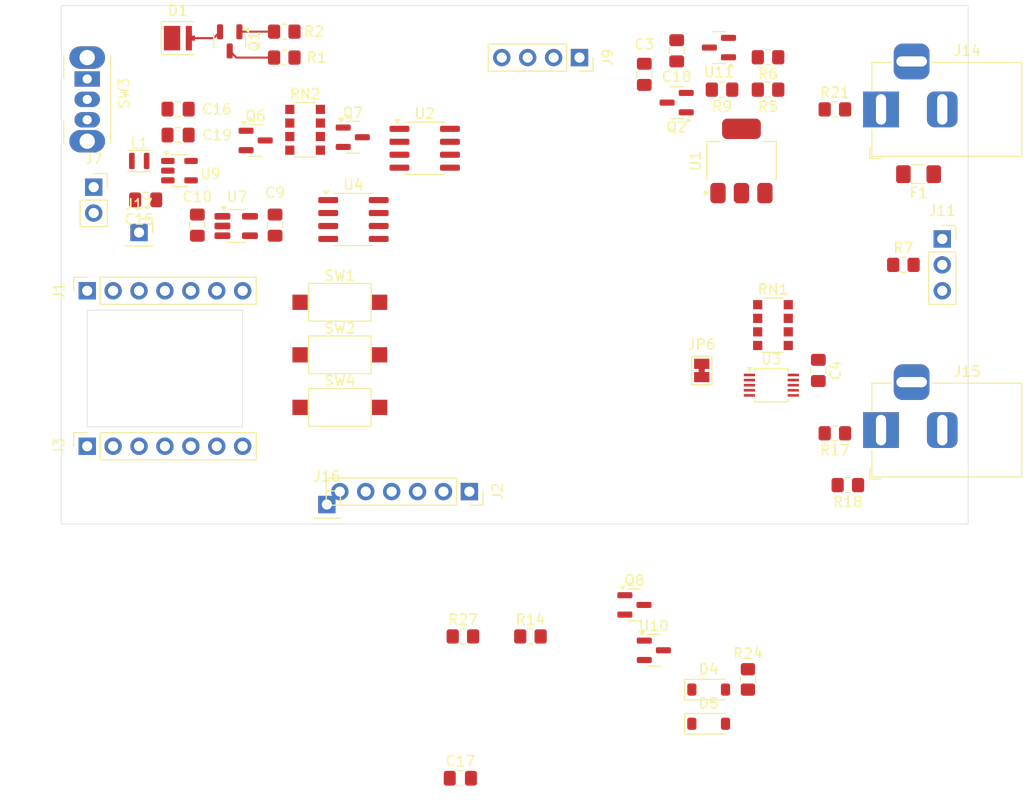
<source format=kicad_pcb>
(kicad_pcb (version 20241229) (generator "pcbnew") (generator_version "9.0")
  (layers (0 "F.Cu" signal) (4 "In1.Cu" signal) (6 "In2.Cu" signal) (2 "B.Cu" signal) (13 "F.Paste" user) (15 "B.Paste" user) (5 "F.SilkS" user "F.Silkscreen") (7 "B.SilkS" user "B.Silkscreen") (1 "F.Mask" user) (3 "B.Mask" user) (25 "Edge.Cuts" user))
  (net 0 "")
  (net 1 "GND")
  (net 2 "Resistor_Input")
  (net 3 "VDD")
  (net 4 "Net-(U7-C1+)")
  (net 5 "Net-(U7-C1-)")
  (net 6 "+9V")
  (net 7 "XIAO Batt Pin")
  (net 8 "/V Ref to ADS-0")
  (net 9 "/R Circuit I Output")
  (net 10 "Net-(D1-A)")
  (net 11 "/ADC-1")
  (net 12 "Net-(F1-Pad1)")
  (net 13 "D7")
  (net 14 "XIAO 5V")
  (net 15 "+3V3")
  (net 16 "D10~")
  (net 17 "D5~ (IR)")
  (net 18 "D9~")
  (net 19 "CS")
  (net 20 "MOSI")
  (net 21 "CLK")
  (net 22 "MISO")
  (net 23 "A0{slash}D14")
  (net 24 "SCL")
  (net 25 "A1{slash}D15")
  (net 26 "D3~")
  (net 27 "SDA")
  (net 28 "D6~")
  (net 29 "A2{slash}D16")
  (net 30 "+BATT")
  (net 31 "SDA-5V")
  (net 32 "SCL-5V")
  (net 33 "Net-(J11-Pin_2)")
  (net 34 "V_Input_REF")
  (net 35 "V_Input_Float")
  (net 36 "/R into ADS")
  (net 37 "ADS_ADDR")
  (net 38 "Net-(U9-SW)")
  (net 39 "Net-(Q1-B)")
  (net 40 "Net-(Q1-C)")
  (net 41 "Net-(Q2-G)")
  (net 42 "/Driver_U4_Out_A")
  (net 43 "Net-(U1-VO)")
  (net 44 "I_Input")
  (net 46 "ADS_ALERT")
  (net 48 "/Driver_U2_Out_B")
  (net 51 "/Driver_U4_In_B")
  (net 54 "/Driver_U4_Out_B")
  (footprint "Connector_BarrelJack:BarrelJack_Horizontal" (layer "F.Cu") (at 207.36 86.36 180)
    (property "Reference" "J14" (at -8.45 5.75 0) (layer "F.SilkS"))
    (property "Value" "Barrel_Jack")
    (pad "1" thru_hole rect (at 0 0 180) (size 3.5 3.5) (drill oval 1 3) (layers "*.Cu" "*.Mask") (net 2 "Resistor_Input"))
    (pad "2" thru_hole roundrect (at -6 0 180) (size 3 3.5) (drill oval 1 3) (layers "*.Cu" "*.Mask") (net 12 "Net-(F1-Pad1)"))
    (pad "3" thru_hole roundrect (at -3 4.7 180) (size 3.5 3.5) (drill oval 3 1) (layers "*.Cu" "*.Mask"))
  )
  (footprint "Connector_PinSocket_2.54mm:PinSocket_1x03_P2.54mm_Vertical" (layer "F.Cu") (at 213.36 99.06)
    (property "Reference" "J11" (at 0 -2.77 0) (layer "F.SilkS"))
    (property "Value" "I_Input")
    (pad "1" thru_hole rect (at 0 0) (size 1.7 1.7) (drill 1) (layers "*.Cu" "*.Mask") (net 3 "VDD"))
    (pad "2" thru_hole circle (at 0 2.54) (size 1.7 1.7) (drill 1) (layers "*.Cu" "*.Mask") (net 33 "Net-(J11-Pin_2)"))
    (pad "3" thru_hole circle (at 0 5.08) (size 1.7 1.7) (drill 1) (layers "*.Cu" "*.Mask") (net 1 "GND"))
  )
  (footprint "Resistor_SMD:R_0805_2012Metric_Pad1.20x1.40mm_HandSolder" (layer "F.Cu") (at 202.835 118.11 180)
    (property "Reference" "R17" (at 0 -1.65 0) (layer "F.SilkS"))
    (property "Value" "499.0K")
    (pad "1" smd roundrect (at -1 0 180) (size 1.2 1.4) (layers "F.Cu" "F.Mask" "F.Paste") (roundrect_rratio 0.208333) (net 35 "V_Input_Float"))
    (pad "2" smd roundrect (at 1 0 180) (size 1.2 1.4) (layers "F.Cu" "F.Mask" "F.Paste") (roundrect_rratio 0.208333) (net 11 "/ADC-1"))
  )
  (footprint "Package_SO:SOIC-8_3.9x4.9mm_P1.27mm" (layer "F.Cu") (at 162.625 90.17)
    (property "Reference" "U2" (at 0 -3.4 0) (layer "F.SilkS"))
    (property "Value" "IX4426N")
    (pad "1" smd roundrect (at -2.475 -1.905) (size 1.95 0.6) (layers "F.Cu" "F.Mask" "F.Paste"))
    (pad "2" smd roundrect (at -2.475 -0.635) (size 1.95 0.6) (layers "F.Cu" "F.Mask" "F.Paste") (net 13 "D7"))
    (pad "3" smd roundrect (at -2.475 0.635) (size 1.95 0.6) (layers "F.Cu" "F.Mask" "F.Paste") (net 1 "GND"))
    (pad "4" smd roundrect (at -2.475 1.905) (size 1.95 0.6) (layers "F.Cu" "F.Mask" "F.Paste") (net 18 "D9~"))
    (pad "5" smd roundrect (at 2.475 1.905) (size 1.95 0.6) (layers "F.Cu" "F.Mask" "F.Paste") (net 48 "/Driver_U2_Out_B"))
    (pad "6" smd roundrect (at 2.475 0.635) (size 1.95 0.6) (layers "F.Cu" "F.Mask" "F.Paste") (net 6 "+9V"))
    (pad "7" smd roundrect (at 2.475 -0.635) (size 1.95 0.6) (layers "F.Cu" "F.Mask" "F.Paste") (net 41 "Net-(Q2-G)"))
    (pad "8" smd roundrect (at 2.475 -1.905) (size 1.95 0.6) (layers "F.Cu" "F.Mask" "F.Paste"))
  )
  (footprint "Capacitor_SMD:C_0805_2012Metric_Pad1.18x1.45mm_HandSolder" (layer "F.Cu") (at 138.45 88.875 180)
    (property "Reference" "C19" (at -3.81 0 0) (layer "F.SilkS"))
    (property "Value" "22uF")
    (pad "1" smd roundrect (at -1.0375 0 180) (size 1.175 1.45) (layers "F.Cu" "F.Mask" "F.Paste") (roundrect_rratio 0.212766) (net 3 "VDD"))
    (pad "2" smd roundrect (at 1.0375 0 180) (size 1.175 1.45) (layers "F.Cu" "F.Mask" "F.Paste") (roundrect_rratio 0.212766) (net 1 "GND"))
  )
  (footprint "Connector_BarrelJack:BarrelJack_Horizontal" (layer "F.Cu") (at 207.36 117.7975 180)
    (property "Reference" "J15" (at -8.45 5.75 0) (layer "F.SilkS"))
    (property "Value" "Barrel_Jack")
    (pad "1" thru_hole rect (at 0 0 180) (size 3.5 3.5) (drill oval 1 3) (layers "*.Cu" "*.Mask") (net 35 "V_Input_Float"))
    (pad "2" thru_hole roundrect (at -6 0 180) (size 3 3.5) (drill oval 1 3) (layers "*.Cu" "*.Mask") (net 34 "V_Input_REF"))
    (pad "3" thru_hole roundrect (at -3 4.7 180) (size 3.5 3.5) (drill oval 3 1) (layers "*.Cu" "*.Mask"))
  )
  (footprint "Resistor_SMD:R_0805_2012Metric_Pad1.20x1.40mm_HandSolder" (layer "F.Cu") (at 166.37 138.025)
    (property "Reference" "R27" (at 0 -1.65 0) (layer "F.SilkS"))
    (property "Value" "4.7K")
    (pad "1" smd roundrect (at -1 0) (size 1.2 1.4) (layers "F.Cu" "F.Mask" "F.Paste") (roundrect_rratio 0.208333) (net 3 "VDD"))
    (pad "2" smd roundrect (at 1 0) (size 1.2 1.4) (layers "F.Cu" "F.Mask" "F.Paste") (roundrect_rratio 0.208333) (net 8 "/V Ref to ADS-0"))
  )
  (footprint "Capacitor_SMD:C_0805_2012Metric_Pad1.18x1.45mm_HandSolder" (layer "F.Cu") (at 140.335 97.7075 -90)
    (property "Reference" "C10" (at -2.7725 0 0) (layer "F.SilkS"))
    (property "Value" "4.7uF")
    (pad "1" smd roundrect (at -1.0375 0 270) (size 1.175 1.45) (layers "F.Cu" "F.Mask" "F.Paste") (roundrect_rratio 0.212766) (net 1 "GND"))
    (pad "2" smd roundrect (at 1.0375 0 270) (size 1.175 1.45) (layers "F.Cu" "F.Mask" "F.Paste") (roundrect_rratio 0.212766) (net 6 "+9V"))
  )
  (footprint "Jumper:SolderJumper-2_P1.3mm_Bridged_Pad1.0x1.5mm" (layer "F.Cu") (at 189.78 111.95 -90)
    (property "Reference" "JP6" (at -2.54 0 180) (layer "F.SilkS"))
    (property "Value" "Jumper_2_Bridged")
    (fp_poly (pts (xy -0.25 -0.3) (xy 0.25 -0.3) (xy 0.25 0.3) (xy -0.25 0.3)) (fill yes) (layer "F.Cu"))
    (pad "1" smd rect (at -0.65 0 270) (size 1 1.5) (layers "F.Cu" "F.Mask") (net 1 "GND"))
    (pad "2" smd rect (at 0.65 0 270) (size 1 1.5) (layers "F.Cu" "F.Mask") (net 37 "ADS_ADDR"))
  )
  (footprint "Package_TO_SOT_SMD:SOT-23-5" (layer "F.Cu") (at 138.5825 92.365)
    (property "Reference" "U9" (at 3.0425 0.32 0) (layer "F.SilkS"))
    (property "Value" "TPS613222ADBV")
    (pad "1" smd roundrect (at -1.1375 -0.95) (size 1.325 0.6) (layers "F.Cu" "F.Mask" "F.Paste") (net 38 "Net-(U9-SW)"))
    (pad "2" smd roundrect (at -1.1375 0) (size 1.325 0.6) (layers "F.Cu" "F.Mask" "F.Paste") (net 1 "GND"))
    (pad "3" smd roundrect (at -1.1375 0.95) (size 1.325 0.6) (layers "F.Cu" "F.Mask" "F.Paste") (net 1 "GND"))
    (pad "4" smd roundrect (at 1.1375 0.95) (size 1.325 0.6) (layers "F.Cu" "F.Mask" "F.Paste") (net 3 "VDD"))
    (pad "5" smd roundrect (at 1.1375 -0.95) (size 1.325 0.6) (layers "F.Cu" "F.Mask" "F.Paste") (net 3 "VDD"))
  )
  (footprint "Resistor_SMD:R_0805_2012Metric_Pad1.20x1.40mm_HandSolder" (layer "F.Cu") (at 196.28 84.425 180)
    (property "Reference" "R5" (at 0 -1.65 0) (layer "F.SilkS"))
    (property "Value" "62.0")
    (pad "1" smd roundrect (at -1 0 180) (size 1.2 1.4) (layers "F.Cu" "F.Mask" "F.Paste") (roundrect_rratio 0.208333) (net 43 "Net-(U1-VO)"))
    (pad "2" smd roundrect (at 1 0 180) (size 1.2 1.4) (layers "F.Cu" "F.Mask" "F.Paste") (roundrect_rratio 0.208333) (net 9 "/R Circuit I Output"))
  )
  (footprint "Resistor_SMD:R_0805_2012Metric_Pad1.20x1.40mm_HandSolder" (layer "F.Cu") (at 202.835 86.36)
    (property "Reference" "R21" (at 0 -1.65 0) (layer "F.SilkS"))
    (property "Value" "0")
    (pad "1" smd roundrect (at -1 0) (size 1.2 1.4) (layers "F.Cu" "F.Mask" "F.Paste") (roundrect_rratio 0.208333) (net 36 "/R into ADS"))
    (pad "2" smd roundrect (at 1 0) (size 1.2 1.4) (layers "F.Cu" "F.Mask" "F.Paste") (roundrect_rratio 0.208333) (net 2 "Resistor_Input"))
  )
  (footprint "Connector_PinSocket_2.54mm:PinSocket_1x07_P2.54mm_Vertical" (layer "F.Cu") (at 129.54 119.38 90)
    (property "Reference" "J3" (at 0 -2.77 90) (layer "F.SilkS"))
    (property "Value" "Conn_01x07_Pin")
    (pad "1" thru_hole rect (at 0 0 90) (size 1.7 1.7) (drill 1) (layers "*.Cu" "*.Mask") (net 23 "A0{slash}D14"))
    (pad "2" thru_hole circle (at 0 2.54 90) (size 1.7 1.7) (drill 1) (layers "*.Cu" "*.Mask") (net 25 "A1{slash}D15"))
    (pad "3" thru_hole circle (at 0 5.08 90) (size 1.7 1.7) (drill 1) (layers "*.Cu" "*.Mask") (net 29 "A2{slash}D16"))
    (pad "4" thru_hole circle (at 0 7.62 90) (size 1.7 1.7) (drill 1) (layers "*.Cu" "*.Mask") (net 26 "D3~"))
    (pad "5" thru_hole circle (at 0 10.16 90) (size 1.7 1.7) (drill 1) (layers "*.Cu" "*.Mask") (net 27 "SDA"))
    (pad "6" thru_hole circle (at 0 12.7 90) (size 1.7 1.7) (drill 1) (layers "*.Cu" "*.Mask") (net 24 "SCL"))
    (pad "7" thru_hole circle (at 0 15.24 90) (size 1.7 1.7) (drill 1) (layers "*.Cu" "*.Mask") (net 28 "D6~"))
  )
  (footprint "Resistor_SMD:R_Array_Convex_4x1206" (layer "F.Cu") (at 196.765 107.505)
    (property "Reference" "RN1" (at 0 -3.5 0) (layer "F.SilkS"))
    (property "Value" "1K x4")
    (pad "1" smd rect (at -1.5 -2) (size 0.9 0.9) (layers "F.Cu" "F.Mask" "F.Paste"))
    (pad "2" smd rect (at -1.5 -0.66) (size 0.9 0.9) (layers "F.Cu" "F.Mask" "F.Paste") (net 31 "SDA-5V"))
    (pad "3" smd rect (at -1.5 0.66) (size 0.9 0.9) (layers "F.Cu" "F.Mask" "F.Paste") (net 32 "SCL-5V"))
    (pad "4" smd rect (at -1.5 2) (size 0.9 0.9) (layers "F.Cu" "F.Mask" "F.Paste") (net 46 "ADS_ALERT"))
    (pad "5" smd rect (at 1.5 2) (size 0.9 0.9) (layers "F.Cu" "F.Mask" "F.Paste") (net 3 "VDD"))
    (pad "6" smd rect (at 1.5 0.66) (size 0.9 0.9) (layers "F.Cu" "F.Mask" "F.Paste") (net 3 "VDD"))
    (pad "7" smd rect (at 1.5 -0.66) (size 0.9 0.9) (layers "F.Cu" "F.Mask" "F.Paste") (net 3 "VDD"))
    (pad "8" smd rect (at 1.5 -2) (size 0.9 0.9) (layers "F.Cu" "F.Mask" "F.Paste"))
  )
  (footprint "Resistor_SMD:R_0805_2012Metric_Pad1.20x1.40mm_HandSolder" (layer "F.Cu") (at 204.105 123.19 180)
    (property "Reference" "R18" (at 0 -1.65 0) (layer "F.SilkS"))
    (property "Value" "499.0K")
    (pad "1" smd roundrect (at -1 0 180) (size 1.2 1.4) (layers "F.Cu" "F.Mask" "F.Paste") (roundrect_rratio 0.208333) (net 34 "V_Input_REF"))
    (pad "2" smd roundrect (at 1 0 180) (size 1.2 1.4) (layers "F.Cu" "F.Mask" "F.Paste") (roundrect_rratio 0.208333) (net 8 "/V Ref to ADS-0"))
  )
  (footprint "Diode_SMD:D_SOD-123" (layer "F.Cu") (at 190.4625 146.585)
    (property "Reference" "D5" (at 0 -2 0) (layer "F.SilkS"))
    (property "Value" "D_Schottky")
    (pad "1" smd roundrect (at -1.65 0) (size 0.9 1.2) (layers "F.Cu" "F.Mask" "F.Paste") (net 11 "/ADC-1"))
    (pad "2" smd roundrect (at 1.65 0) (size 0.9 1.2) (layers "F.Cu" "F.Mask" "F.Paste") (net 1 "GND"))
  )
  (footprint "Capacitor_SMD:C_0805_2012Metric_Pad1.18x1.45mm_HandSolder" (layer "F.Cu") (at 184.15 82.9225 90)
    (property "Reference" "C3" (at 2.9425 0 0) (layer "F.SilkS"))
    (property "Value" "2.2uF")
    (pad "1" smd roundrect (at -1.0375 0 90) (size 1.175 1.45) (layers "F.Cu" "F.Mask" "F.Paste") (roundrect_rratio 0.212766) (net 2 "Resistor_Input"))
    (pad "2" smd roundrect (at 1.0375 0 90) (size 1.175 1.45) (layers "F.Cu" "F.Mask" "F.Paste") (roundrect_rratio 0.212766) (net 1 "GND"))
  )
  (footprint "Capacitor_SMD:C_0805_2012Metric_Pad1.18x1.45mm_HandSolder" (layer "F.Cu") (at 187.325 80.615 90)
    (property "Reference" "C18" (at -2.54 0 0) (layer "F.SilkS"))
    (property "Value" "1uF")
    (pad "1" smd roundrect (at -1.0375 0 90) (size 1.175 1.45) (layers "F.Cu" "F.Mask" "F.Paste") (roundrect_rratio 0.212766) (net 9 "/R Circuit I Output"))
    (pad "2" smd roundrect (at 1.0375 0 90) (size 1.175 1.45) (layers "F.Cu" "F.Mask" "F.Paste") (roundrect_rratio 0.212766) (net 1 "GND"))
  )
  (footprint "Button_Switch_THT:SW_Slide_SPDT_Angled_CK_OS102011MA1Q" (layer "F.Cu") (at 129.54 83.38 -90)
    (property "Reference" "SW3" (at 1.4 -3.6 90) (layer "F.SilkS"))
    (property "Value" "SW_SPDT")
    (pad "" thru_hole oval (at -2.1 0 270) (size 2.2 3.5) (drill 1.5) (layers "*.Cu" "*.Mask"))
    (pad "" thru_hole oval (at 6.1 0 270) (size 2.2 3.5) (drill 1.5) (layers "*.Cu" "*.Mask"))
    (pad "1" thru_hole rect (at 0 0 270) (size 1.5 2.5) (drill 0.9) (layers "*.Cu" "*.Mask") (net 30 "+BATT"))
    (pad "2" thru_hole oval (at 2 0 270) (size 1.5 2.5) (drill 0.9) (layers "*.Cu" "*.Mask") (net 7 "XIAO Batt Pin"))
    (pad "3" thru_hole oval (at 4 0 270) (size 1.5 2.5) (drill 0.9) (layers "*.Cu" "*.Mask") (net 14 "XIAO 5V"))
  )
  (footprint "Capacitor_SMD:C_0805_2012Metric_Pad1.18x1.45mm_HandSolder" (layer "F.Cu") (at 138.45 86.335 180)
    (property "Reference" "C16" (at -3.81 0 0) (layer "F.SilkS"))
    (property "Value" "22uF")
    (pad "1" smd roundrect (at -1.0375 0 180) (size 1.175 1.45) (layers "F.Cu" "F.Mask" "F.Paste") (roundrect_rratio 0.212766) (net 3 "VDD"))
    (pad "2" smd roundrect (at 1.0375 0 180) (size 1.175 1.45) (layers "F.Cu" "F.Mask" "F.Paste") (roundrect_rratio 0.212766) (net 1 "GND"))
  )
  (footprint "Button_Switch_SMD:SW_SPST_CK_RS282G05A3" (layer "F.Cu") (at 154.305 115.57)
    (property "Reference" "SW4" (at 0 -2.6 0) (layer "F.SilkS"))
    (property "Value" "SW_Push")
    (pad "1" smd rect (at -3.9 0) (size 1.5 1.5) (layers "F.Cu" "F.Mask" "F.Paste") (net 25 "A1{slash}D15"))
    (pad "2" smd rect (at 3.9 0) (size 1.5 1.5) (layers "F.Cu" "F.Mask" "F.Paste") (net 1 "GND"))
  )
  (footprint "Capacitor_SMD:C_0805_2012Metric_Pad1.18x1.45mm_HandSolder" (layer "F.Cu") (at 135.275 95.225)
    (property "Reference" "C15" (at -0.635 1.905 0) (layer "F.SilkS"))
    (property "Value" "4.7uF")
    (pad "1" smd roundrect (at -1.0375 0) (size 1.175 1.45) (layers "F.Cu" "F.Mask" "F.Paste") (roundrect_rratio 0.212766) (net 7 "XIAO Batt Pin"))
    (pad "2" smd roundrect (at 1.0375 0) (size 1.175 1.45) (layers "F.Cu" "F.Mask" "F.Paste") (roundrect_rratio 0.212766) (net 1 "GND"))
  )
  (footprint "Package_TO_SOT_SMD:SOT-23-5_HandSoldering" (layer "F.Cu") (at 144.145 97.79)
    (property "Reference" "U7" (at 0.08 -2.855 0) (layer "F.SilkS"))
    (property "Value" "MAX1683")
    (pad "1" smd roundrect (at -1.35 -0.95) (size 1.56 0.65) (layers "F.Cu" "F.Mask" "F.Paste") (net 1 "GND"))
    (pad "2" smd roundrect (at -1.35 0) (size 1.56 0.65) (layers "F.Cu" "F.Mask" "F.Paste") (net 6 "+9V"))
    (pad "3" smd roundrect (at -1.35 0.95) (size 1.56 0.65) (layers "F.Cu" "F.Mask" "F.Paste") (net 5 "Net-(U7-C1-)"))
    (pad "4" smd roundrect (at 1.35 0.95) (size 1.56 0.65) (layers "F.Cu" "F.Mask" "F.Paste") (net 3 "VDD"))
    (pad "5" smd roundrect (at 1.35 -0.95) (size 1.56 0.65) (layers "F.Cu" "F.Mask" "F.Paste") (net 4 "Net-(U7-C1+)"))
  )
  (footprint "Package_SO:TSSOP-10_3x3mm_P0.5mm" (layer "F.Cu") (at 196.605 113.395)
    (property "Reference" "U3" (at 0 -2.55 0) (layer "F.SilkS"))
    (property "Value" "ADS1115IDGS")
    (pad "1" smd rect (at -2.15 -1) (size 1.1 0.25) (layers "F.Cu" "F.Mask" "F.Paste") (net 37 "ADS_ADDR"))
    (pad "2" smd rect (at -2.15 -0.5) (size 1.1 0.25) (layers "F.Cu" "F.Mask" "F.Paste") (net 46 "ADS_ALERT"))
    (pad "3" smd rect (at -2.15 0) (size 1.1 0.25) (layers "F.Cu" "F.Mask" "F.Paste") (net 1 "GND"))
    (pad "4" smd rect (at -2.15 0.5) (size 1.1 0.25) (layers "F.Cu" "F.Mask" "F.Paste") (net 8 "/V Ref to ADS-0"))
    (pad "5" smd rect (at -2.15 1) (size 1.1 0.25) (layers "F.Cu" "F.Mask" "F.Paste") (net 11 "/ADC-1"))
    (pad "6" smd rect (at 2.15 1) (size 1.1 0.25) (layers "F.Cu" "F.Mask" "F.Paste") (net 36 "/R into ADS"))
    (pad "7" smd rect (at 2.15 0.5) (size 1.1 0.25) (layers "F.Cu" "F.Mask" "F.Paste") (net 44 "I_Input"))
    (pad "8" smd rect (at 2.15 0) (size 1.1 0.25) (layers "F.Cu" "F.Mask" "F.Paste") (net 3 "VDD"))
    (pad "9" smd rect (at 2.15 -0.5) (size 1.1 0.25) (layers "F.Cu" "F.Mask" "F.Paste") (net 31 "SDA-5V"))
    (pad "10" smd rect (at 2.15 -1) (size 1.1 0.25) (layers "F.Cu" "F.Mask" "F.Paste") (net 32 "SCL-5V"))
  )
  (footprint "Resistor_SMD:R_0805_2012Metric_Pad1.20x1.40mm_HandSolder" (layer "F.Cu") (at 191.77 84.425 180)
    (property "Reference" "R9" (at 0 -1.65 0) (layer "F.SilkS"))
    (property "Value" "22.0K")
    (pad "1" smd roundrect (at -1 0 180) (size 1.2 1.4) (layers "F.Cu" "F.Mask" "F.Paste") (roundrect_rratio 0.208333) (net 9 "/R Circuit I Output"))
    (pad "2" smd roundrect (at 1 0 180) (size 1.2 1.4) (layers "F.Cu" "F.Mask" "F.Paste") (roundrect_rratio 0.208333) (net 2 "Resistor_Input"))
  )
  (footprint "Capacitor_SMD:C_0805_2012Metric_Pad1.18x1.45mm_HandSolder" (layer "F.Cu") (at 147.955 97.7075 90)
    (property "Reference" "C9" (at 3.175 0 180) (layer "F.SilkS"))
    (property "Value" "4.7uF")
    (pad "1" smd roundrect (at -1.0375 0 90) (size 1.175 1.45) (layers "F.Cu" "F.Mask" "F.Paste") (roundrect_rratio 0.212766) (net 5 "Net-(U7-C1-)"))
    (pad "2" smd roundrect (at 1.0375 0 90) (size 1.175 1.45) (layers "F.Cu" "F.Mask" "F.Paste") (roundrect_rratio 0.212766) (net 4 "Net-(U7-C1+)"))
  )
  (footprint "Resistor_SMD:R_0805_2012Metric_Pad1.20x1.40mm_HandSolder" (layer "F.Cu") (at 148.86 78.74 180)
    (property "Reference" "R2" (at -2.905 0 0) (layer "F.SilkS"))
    (property "Value" "1K")
    (pad "1" smd roundrect (at -1 0 180) (size 1.2 1.4) (layers "F.Cu" "F.Mask" "F.Paste") (roundrect_rratio 0.208333) (net 28 "D6~"))
    (pad "2" smd roundrect (at 1 0 180) (size 1.2 1.4) (layers "F.Cu" "F.Mask" "F.Paste") (roundrect_rratio 0.208333) (net 39 "Net-(Q1-B)"))
  )
  (footprint "Inductor_SMD:L_Murata_DFE201610P" (layer "F.Cu") (at 134.64 91.415)
    (property "Reference" "L1" (at 0 -1.75 0) (layer "F.SilkS"))
    (property "Value" "2.2uH")
    (pad "1" smd roundrect (at -0.725 0) (size 0.55 1.6) (layers "F.Cu" "F.Mask" "F.Paste") (net 7 "XIAO Batt Pin"))
    (pad "2" smd roundrect (at 0.725 0) (size 0.55 1.6) (layers "F.Cu" "F.Mask" "F.Paste") (net 38 "Net-(U9-SW)"))
  )
  (footprint "Capacitor_SMD:C_0805_2012Metric_Pad1.18x1.45mm_HandSolder" (layer "F.Cu") (at 201.21 111.95 -90)
    (property "Reference" "C4" (at 0 -1.68 90) (layer "F.SilkS"))
    (property "Value" "0.1uF")
    (pad "1" smd roundrect (at -1.0375 0 270) (size 1.175 1.45) (layers "F.Cu" "F.Mask" "F.Paste") (roundrect_rratio 0.212766) (net 1 "GND"))
    (pad "2" smd roundrect (at 1.0375 0 270) (size 1.175 1.45) (layers "F.Cu" "F.Mask" "F.Paste") (roundrect_rratio 0.212766) (net 3 "VDD"))
  )
  (footprint "Package_TO_SOT_SMD:SOT-223-3_TabPin2" (layer "F.Cu") (at 193.675 91.415 90)
    (property "Reference" "U1" (at 0 -4.5 90) (layer "F.SilkS"))
    (property "Value" "LM317_TO-220")
    (pad "1" smd roundrect (at -3.15 -2.3 90) (size 2 1.5) (layers "F.Cu" "F.Mask" "F.Paste") (net 9 "/R Circuit I Output"))
    (pad "2" smd roundrect (at -3.15 0 90) (size 2 1.5) (layers "F.Cu" "F.Mask" "F.Paste") (net 43 "Net-(U1-VO)"))
    (pad "2" smd roundrect (at 3.15 0 90) (size 2 3.8) (layers "F.Cu" "F.Mask" "F.Paste") (net 43 "Net-(U1-VO)"))
    (pad "3" smd roundrect (at -3.15 2.3 90) (size 2 1.5) (layers "F.Cu" "F.Mask" "F.Paste") (net 48 "/Driver_U2_Out_B"))
  )
  (footprint "Fuse:Fuse_1206_3216Metric_Pad1.42x1.75mm_HandSolder" (layer "F.Cu") (at 211.0375 92.71 180)
    (property "Reference" "F1" (at 0 -1.83 0) (layer "F.SilkS"))
    (property "Value" "Fuse")
    (pad "1" smd roundrect (at -1.4875 0 180) (size 1.425 1.75) (layers "F.Cu" "F.Mask" "F.Paste") (roundrect_rratio 0.175439) (net 12 "Net-(F1-Pad1)"))
    (pad "2" smd roundrect (at 1.4875 0 180) (size 1.425 1.75) (layers "F.Cu" "F.Mask" "F.Paste") (roundrect_rratio 0.175439) (net 1 "GND"))
  )
  (footprint "Connector_PinSocket_2.54mm:PinSocket_1x04_P2.54mm_Vertical" (layer "F.Cu") (at 177.8 81.28 -90)
    (property "Reference" "J9" (at 0 -2.77 90) (layer "F.SilkS"))
    (property "Value" "Out to Screen")
    (pad "1" thru_hole rect (at 0 0 270) (size 1.7 1.7) (drill 1) (layers "*.Cu" "*.Mask") (net 31 "SDA-5V"))
    (pad "2" thru_hole circle (at 0 2.54 270) (size 1.7 1.7) (drill 1) (layers "*.Cu" "*.Mask") (net 32 "SCL-5V"))
    (pad "3" thru_hole circle (at 0 5.08 270) (size 1.7 1.7) (drill 1) (layers "*.Cu" "*.Mask") (net 3 "VDD"))
    (pad "4" thru_hole circle (at 0 7.62 270) (size 1.7 1.7) (drill 1) (layers "*.Cu" "*.Mask") (net 1 "GND"))
  )
  (footprint "Resistor_SMD:R_0805_2012Metric_Pad1.20x1.40mm_HandSolder" (layer "F.Cu") (at 196.28 81.25 180)
    (property "Reference" "R6" (at 0 -1.65 0) (layer "F.SilkS"))
    (property "Value" "330.0")
    (pad "1" smd roundrect (at -1 0 180) (size 1.2 1.4) (layers "F.Cu" "F.Mask" "F.Paste") (roundrect_rratio 0.208333) (net 1 "GND"))
    (pad "2" smd roundrect (at 1 0 180) (size 1.2 1.4) (layers "F.Cu" "F.Mask" "F.Paste") (roundrect_rratio 0.208333) (net 9 "/R Circuit I Output"))
  )
  (footprint "Connector_PinSocket_2.54mm:PinSocket_1x01_P2.54mm_Vertical" (layer "F.Cu") (at 153.035 125.095)
    (property "Reference" "J16" (at 0 -2.77 0) (layer "F.SilkS"))
    (property "Value" "Conn_01x01_Socket")
    (pad "1" thru_hole rect (at 0 0) (size 1.7 1.7) (drill 1) (layers "*.Cu" "*.Mask") (net 36 "/R into ADS"))
  )
  (footprint "Package_SO:SOIC-8_3.9x4.9mm_P1.27mm" (layer "F.Cu") (at 155.64 97.155)
    (property "Reference" "U4" (at 0 -3.4 0) (layer "F.SilkS"))
    (property "Value" "IX4426N")
    (pad "1" smd roundrect (at -2.475 -1.905) (size 1.95 0.6) (layers "F.Cu" "F.Mask" "F.Paste"))
    (pad "2" smd roundrect (at -2.475 -0.635) (size 1.95 0.6) (layers "F.Cu" "F.Mask" "F.Paste") (net 17 "D5~ (IR)"))
    (pad "3" smd roundrect (at -2.475 0.635) (size 1.95 0.6) (layers "F.Cu" "F.Mask" "F.Paste") (net 1 "GND"))
    (pad "4" smd roundrect (at -2.475 1.905) (size 1.95 0.6) (layers "F.Cu" "F.Mask" "F.Paste") (net 51 "/Driver_U4_In_B"))
    (pad "5" smd roundrect (at 2.475 1.905) (size 1.95 0.6) (layers "F.Cu" "F.Mask" "F.Paste") (net 54 "/Driver_U4_Out_B"))
    (pad "6" smd roundrect (at 2.475 0.635) (size 1.95 0.6) (layers "F.Cu" "F.Mask" "F.Paste") (net 6 "+9V"))
    (pad "7" smd roundrect (at 2.475 -0.635) (size 1.95 0.6) (layers "F.Cu" "F.Mask" "F.Paste") (net 42 "/Driver_U4_Out_A"))
    (pad "8" smd roundrect (at 2.475 -1.905) (size 1.95 0.6) (layers "F.Cu" "F.Mask" "F.Paste"))
  )
  (footprint "Connector_PinSocket_2.54mm:PinSocket_1x07_P2.54mm_Vertical" (layer "F.Cu") (at 129.54 104.14 90)
    (property "Reference" "J1" (at 0 -2.77 90) (layer "F.SilkS"))
    (property "Value" "Conn_01x07_Pin")
    (pad "1" thru_hole rect (at 0 0 90) (size 1.7 1.7) (drill 1) (layers "*.Cu" "*.Mask") (net 14 "XIAO 5V"))
    (pad "2" thru_hole circle (at 0 2.54 90) (size 1.7 1.7) (drill 1) (layers "*.Cu" "*.Mask") (net 1 "GND"))
    (pad "3" thru_hole circle (at 0 5.08 90) (size 1.7 1.7) (drill 1) (layers "*.Cu" "*.Mask") (net 15 "+3V3"))
    (pad "4" thru_hole circle (at 0 7.62 90) (size 1.7 1.7) (drill 1) (layers "*.Cu" "*.Mask") (net 16 "D10~"))
    (pad "5" thru_hole circle (at 0 10.16 90) (size 1.7 1.7) (drill 1) (layers "*.Cu" "*.Mask") (net 18 "D9~"))
    (pad "6" thru_hole circle (at 0 12.7 90) (size 1.7 1.7) (drill 1) (layers "*.Cu" "*.Mask") (net 17 "D5~ (IR)"))
    (pad "7" thru_hole circle (at 0 15.24 90) (size 1.7 1.7) (drill 1) (layers "*.Cu" "*.Mask") (net 13 "D7"))
  )
  (footprint "LED_SMD:LED_Luminus_MP-3030-1100_3.0x3.0mm" (layer "F.Cu") (at 138.43 79.375)
    (property "Reference" "D1" (at 0 -2.7 0) (layer "F.SilkS"))
    (property "Value" "LED")
    (pad "1" smd rect (at -0.575 0) (size 1.6 2.4) (layers "F.Cu" "F.Mask") (net 1 "GND"))
    (pad "2" smd rect (at 1.075 0) (size 0.6 2.4) (layers "F.Cu" "F.Mask") (net 10 "Net-(D1-A)"))
    (pad "2" smd rect (at 1.375 0) (size 0.6 0.5) (layers "F.Cu" "F.Mask") (net 10 "Net-(D1-A)"))
  )
  (footprint "Button_Switch_SMD:SW_SPST_CK_RS282G05A3" (layer "F.Cu") (at 154.305 110.42)
    (property "Reference" "SW2" (at 0 -2.6 0) (layer "F.SilkS"))
    (property "Value" "SW_Push")
    (pad "1" smd rect (at -3.9 0) (size 1.5 1.5) (layers "F.Cu" "F.Mask" "F.Paste") (net 16 "D10~"))
    (pad "2" smd rect (at 3.9 0) (size 1.5 1.5) (layers "F.Cu" "F.Mask" "F.Paste") (net 1 "GND"))
  )
  (footprint "Package_TO_SOT_SMD:SOT-23" (layer "F.Cu") (at 191.4675 80.3 180)
    (property "Reference" "U11" (at 0 -2.4 0) (layer "F.SilkS"))
    (property "Value" "LM4040DBZ-5")
    (pad "1" smd roundrect (at -0.9375 -0.95 180) (size 1.475 0.6) (layers "F.Cu" "F.Mask" "F.Paste") (net 9 "/R Circuit I Output"))
    (pad "2" smd roundrect (at -0.9375 0.95 180) (size 1.475 0.6) (layers "F.Cu" "F.Mask" "F.Paste") (net 1 "GND"))
    (pad "3" smd roundrect (at 0.9375 0 180) (size 1.475 0.6) (layers "F.Cu" "F.Mask" "F.Paste") (net 1 "GND"))
  )
  (footprint "Button_Switch_SMD:SW_SPST_CK_RS282G05A3" (layer "F.Cu") (at 154.305 105.27)
    (property "Reference" "SW1" (at 0 -2.6 0) (layer "F.SilkS"))
    (property "Value" "SW_Push")
    (pad "1" smd rect (at -3.9 0) (size 1.5 1.5) (layers "F.Cu" "F.Mask" "F.Paste") (net 26 "D3~"))
    (pad "2" smd rect (at 3.9 0) (size 1.5 1.5) (layers "F.Cu" "F.Mask" "F.Paste") (net 1 "GND"))
  )
  (footprint "Resistor_SMD:R_0805_2012Metric_Pad1.20x1.40mm_HandSolder" (layer "F.Cu") (at 209.55 101.6)
    (property "Reference" "R7" (at 0 -1.65 0) (layer "F.SilkS"))
    (property "Value" "0")
    (pad "1" smd roundrect (at -1 0) (size 1.2 1.4) (layers "F.Cu" "F.Mask" "F.Paste") (roundrect_rratio 0.208333) (net 44 "I_Input"))
    (pad "2" smd roundrect (at 1 0) (size 1.2 1.4) (layers "F.Cu" "F.Mask" "F.Paste") (roundrect_rratio 0.208333) (net 33 "Net-(J11-Pin_2)"))
  )
  (footprint "Resistor_SMD:R_Array_Convex_4x1206" (layer "F.Cu") (at 150.9 88.36)
    (property "Reference" "RN2" (at 0 -3.5 0) (layer "F.SilkS"))
    (property "Value" "10k x4")
    (pad "1" smd rect (at -1.5 -2) (size 0.9 0.9) (layers "F.Cu" "F.Mask" "F.Paste") (net 3 "VDD"))
    (pad "2" smd rect (at -1.5 -0.66) (size 0.9 0.9) (layers "F.Cu" "F.Mask" "F.Paste") (net 3 "VDD"))
    (pad "3" smd rect (at -1.5 0.66) (size 0.9 0.9) (layers "F.Cu" "F.Mask" "F.Paste") (net 15 "+3V3"))
    (pad "4" smd rect (at -1.5 2) (size 0.9 0.9) (layers "F.Cu" "F.Mask" "F.Paste") (net 24 "SCL"))
    (pad "5" smd rect (at 1.5 2) (size 0.9 0.9) (layers "F.Cu" "F.Mask" "F.Paste") (net 15 "+3V3"))
    (pad "6" smd rect (at 1.5 0.66) (size 0.9 0.9) (layers "F.Cu" "F.Mask" "F.Paste") (net 27 "SDA"))
    (pad "7" smd rect (at 1.5 -0.66) (size 0.9 0.9) (layers "F.Cu" "F.Mask" "F.Paste") (net 31 "SDA-5V"))
    (pad "8" smd rect (at 1.5 -2) (size 0.9 0.9) (layers "F.Cu" "F.Mask" "F.Paste") (net 32 "SCL-5V"))
  )
  (footprint "Package_TO_SOT_SMD:SOT-23" (layer "F.Cu") (at 146.05 89.405)
    (property "Reference" "Q6" (at 0 -2.4 0) (layer "F.SilkS"))
    (property "Value" "BSS138")
    (pad "1" smd roundrect (at -0.9375 -0.95) (size 1.475 0.6) (layers "F.Cu" "F.Mask" "F.Paste") (net 15 "+3V3"))
    (pad "2" smd roundrect (at -0.9375 0.95) (size 1.475 0.6) (layers "F.Cu" "F.Mask" "F.Paste") (net 24 "SCL"))
    (pad "3" smd roundrect (at 0.9375 0) (size 1.475 0.6) (layers "F.Cu" "F.Mask" "F.Paste") (net 32 "SCL-5V"))
  )
  (footprint "Connector_PinSocket_2.54mm:PinSocket_1x06_P2.54mm_Vertical" (layer "F.Cu") (at 167.005 123.825 -90)
    (property "Reference" "J2" (at 0 -2.77 90) (layer "F.SilkS"))
    (property "Value" "MicoSD")
    (pad "1" thru_hole rect (at 0 0 270) (size 1.7 1.7) (drill 1) (layers "*.Cu" "*.Mask") (net 1 "GND"))
    (pad "2" thru_hole circle (at 0 2.54 270) (size 1.7 1.7) (drill 1) (layers "*.Cu" "*.Mask") (net 22 "MISO"))
    (pad "3" thru_hole circle (at 0 5.08 270) (size 1.7 1.7) (drill 1) (layers "*.Cu" "*.Mask") (net 21 "CLK"))
    (pad "4" thru_hole circle (at 0 7.62 270) (size 1.7 1.7) (drill 1) (layers "*.Cu" "*.Mask") (net 20 "MOSI"))
    (pad "5" thru_hole circle (at 0 10.16 270) (size 1.7 1.7) (drill 1) (layers "*.Cu" "*.Mask") (net 19 "CS"))
    (pad "6" thru_hole circle (at 0 12.7 270) (size 1.7 1.7) (drill 1) (layers "*.Cu" "*.Mask") (net 15 "+3V3"))
  )
  (footprint "Resistor_SMD:R_0805_2012Metric_Pad1.20x1.40mm_HandSolder" (layer "F.Cu") (at 172.99 138.025)
    (property "Reference" "R14" (at 0 -1.65 0) (layer "F.SilkS"))
    (property "Value" "22.0K")
    (pad "1" smd roundrect (at -1 0) (size 1.2 1.4) (layers "F.Cu" "F.Mask" "F.Paste") (roundrect_rratio 0.208333) (net 8 "/V Ref to ADS-0"))
    (pad "2" smd roundrect (at 1 0) (size 1.2 1.4) (layers "F.Cu" "F.Mask" "F.Paste") (roundrect_rratio 0.208333) (net 11 "/ADC-1"))
  )
  (footprint "Diode_SMD:D_SOD-123" (layer "F.Cu") (at 190.4625 143.235)
    (property "Reference" "D4" (at 0 -2 0) (layer "F.SilkS"))
    (property "Value" "D_Schottky")
    (pad "1" smd roundrect (at -1.65 0) (size 0.9 1.2) (layers "F.Cu" "F.Mask" "F.Paste") (net 3 "VDD"))
    (pad "2" smd roundrect (at 1.65 0) (size 0.9 1.2) (layers "F.Cu" "F.Mask" "F.Paste") (net 11 "/ADC-1"))
  )
  (footprint "Package_TO_SOT_SMD:SOT-23" (layer "F.Cu") (at 183.1825 134.935)
    (property "Reference" "Q8" (at 0 -2.4 0) (layer "F.SilkS"))
    (property "Value" "SI2302 MOSFET")
    (pad "1" smd roundrect (at -0.9375 -0.95) (size 1.475 0.6) (layers "F.Cu" "F.Mask" "F.Paste") (net 42 "/Driver_U4_Out_A"))
    (pad "2" smd roundrect (at -0.9375 0.95) (size 1.475 0.6) (layers "F.Cu" "F.Mask" "F.Paste") (net 11 "/ADC-1"))
    (pad "3" smd roundrect (at 0.9375 0) (size 1.475 0.6) (layers "F.Cu" "F.Mask" "F.Paste") (net 8 "/V Ref to ADS-0"))
  )
  (footprint "Connector_PinSocket_2.54mm:PinSocket_1x02_P2.54mm_Vertical" (layer "F.Cu") (at 130.175 93.98)
    (property "Reference" "J7" (at 0 -2.77 0) (layer "F.SilkS"))
    (property "Value" "Conn_01x02_Pin")
    (pad "1" thru_hole rect (at 0 0) (size 1.7 1.7) (drill 1) (layers "*.Cu" "*.Mask") (net 30 "+BATT"))
    (pad "2" thru_hole circle (at 0 2.54) (size 1.7 1.7) (drill 1) (layers "*.Cu" "*.Mask") (net 1 "GND"))
  )
  (footprint "Capacitor_SMD:C_0805_2012Metric_Pad1.18x1.45mm_HandSolder" (layer "F.Cu") (at 166.1175 151.925)
    (property "Reference" "C17" (at 0 -1.68 0) (layer "F.SilkS"))
    (property "Value" "0.1uF")
    (pad "1" smd roundrect (at -1.0375 0) (size 1.175 1.45) (layers "F.Cu" "F.Mask" "F.Paste") (roundrect_rratio 0.212766) (net 1 "GND"))
    (pad "2" smd roundrect (at 1.0375 0) (size 1.175 1.45) (layers "F.Cu" "F.Mask" "F.Paste") (roundrect_rratio 0.212766) (net 8 "/V Ref to ADS-0"))
  )
  (footprint "Package_TO_SOT_SMD:SOT-23" (layer "F.Cu") (at 143.51 79.69 -90)
    (property "Reference" "Q1" (at 0 -2.4 90) (layer "F.SilkS"))
    (property "Value" "MMBT3904")
    (pad "1" smd roundrect (at -0.9375 -0.95 270) (size 1.475 0.6) (layers "F.Cu" "F.Mask" "F.Paste") (net 39 "Net-(Q1-B)"))
    (pad "2" smd roundrect (at -0.9375 0.95 270) (size 1.475 0.6) (layers "F.Cu" "F.Mask" "F.Paste") (net 10 "Net-(D1-A)"))
    (pad "3" smd roundrect (at 0.9375 0 270) (size 1.475 0.6) (layers "F.Cu" "F.Mask" "F.Paste") (net 40 "Net-(Q1-C)"))
  )
  (footprint "Resistor_SMD:R_0805_2012Metric_Pad1.20x1.40mm_HandSolder" (layer "F.Cu") (at 194.31 142.24 90)
    (property "Reference" "R24" (at 2.54 0 180) (layer "F.SilkS"))
    (property "Value" "1.0M")
    (pad "1" smd roundrect (at -1 0 90) (size 1.2 1.4) (layers "F.Cu" "F.Mask" "F.Paste") (roundrect_rratio 0.208333) (net 11 "/ADC-1"))
    (pad "2" smd roundrect (at 1 0 90) (size 1.2 1.4) (layers "F.Cu" "F.Mask" "F.Paste") (roundrect_rratio 0.208333) (net 8 "/V Ref to ADS-0"))
  )
  (footprint "Package_TO_SOT_SMD:SOT-23" (layer "F.Cu") (at 187.325 85.695 180)
    (property "Reference" "Q2" (at 0 -2.4 0) (layer "F.SilkS"))
    (property "Value" "SI2302 MOSFET")
    (pad "1" smd roundrect (at -0.9375 -0.95 180) (size 1.475 0.6) (layers "F.Cu" "F.Mask" "F.Paste") (net 41 "Net-(Q2-G)"))
    (pad "2" smd roundrect (at -0.9375 0.95 180) (size 1.475 0.6) (layers "F.Cu" "F.Mask" "F.Paste") (net 2 "Resistor_Input"))
    (pad "3" smd roundrect (at 0.9375 0 180) (size 1.475 0.6) (layers "F.Cu" "F.Mask" "F.Paste") (net 9 "/R Circuit I Output"))
  )
  (footprint "Package_TO_SOT_SMD:SOT-23" (layer "F.Cu") (at 155.575 89.09)
    (property "Reference" "Q7" (at 0 -2.4 0) (layer "F.SilkS"))
    (property "Value" "BSS138")
    (pad "1" smd roundrect (at -0.9375 -0.95) (size 1.475 0.6) (layers "F.Cu" "F.Mask" "F.Paste") (net 15 "+3V3"))
    (pad "2" smd roundrect (at -0.9375 0.95) (size 1.475 0.6) (layers "F.Cu" "F.Mask" "F.Paste") (net 27 "SDA"))
    (pad "3" smd roundrect (at 0.9375 0) (size 1.475 0.6) (layers "F.Cu" "F.Mask" "F.Paste") (net 31 "SDA-5V"))
  )
  (footprint "Package_TO_SOT_SMD:SOT-23" (layer "F.Cu") (at 185.0875 139.385)
    (property "Reference" "U10" (at 0 -2.4 0) (layer "F.SilkS"))
    (property "Value" "LM4040DBZ-2.5")
    (pad "1" smd roundrect (at -0.9375 -0.95) (size 1.475 0.6) (layers "F.Cu" "F.Mask" "F.Paste") (net 8 "/V Ref to ADS-0"))
    (pad "2" smd roundrect (at -0.9375 0.95) (size 1.475 0.6) (layers "F.Cu" "F.Mask" "F.Paste") (net 1 "GND"))
    (pad "3" smd roundrect (at 0.9375 0) (size 1.475 0.6) (layers "F.Cu" "F.Mask" "F.Paste") (net 1 "GND"))
  )
  (footprint "Resistor_SMD:R_0805_2012Metric_Pad1.20x1.40mm_HandSolder" (layer "F.Cu") (at 148.86 81.28)
    (property "Reference" "R1" (at 3.175 0 0) (layer "F.SilkS"))
    (property "Value" "500")
    (pad "1" smd roundrect (at -1 0) (size 1.2 1.4) (layers "F.Cu" "F.Mask" "F.Paste") (roundrect_rratio 0.208333) (net 40 "Net-(Q1-C)"))
    (pad "2" smd roundrect (at 1 0) (size 1.2 1.4) (layers "F.Cu" "F.Mask" "F.Paste") (roundrect_rratio 0.208333) (net 3 "VDD"))
  )
  (footprint "Connector_PinSocket_2.54mm:PinSocket_1x01_P2.54mm_Vertical" (layer "F.Cu") (at 134.62 98.425)
    (property "Reference" "J17" (at 0 -2.77 0) (layer "F.SilkS"))
    (property "Value" "Conn_01x01_Socket")
    (pad "1" thru_hole rect (at 0 0) (size 1.7 1.7) (drill 1) (layers "*.Cu" "*.Mask") (net 7 "XIAO Batt Pin"))
  )
  (gr_rect (start 129.54 106.045) (end 144.78 117.475) (stroke (width 0.05)) (fill no) (layer "Edge.Cuts"))
  (gr_rect (start 127 76.2) (end 215.9 127) (stroke (width 0.05)) (fill no) (layer "Edge.Cuts"))
  (segment (start 142.56 78.7525) (end 141.9375 79.375) (width 0.2) (layer "F.Cu") (net 10))
  (segment (start 141.9375 79.375) (end 139.505 79.375) (width 0.2) (layer "F.Cu") (net 10))
  (segment (start 147.86 78.74) (end 144.4725 78.74) (width 0.2) (layer "F.Cu") (net 39))
  (segment (start 144.4725 78.74) (end 144.46 78.7525) (width 0.2) (layer "F.Cu") (net 39))
  (segment (start 144.1625 81.28) (end 147.86 81.28) (width 0.2) (layer "F.Cu") (net 40))
  (segment (start 143.51 80.6275) (end 144.1625 81.28) (width 0.2) (layer "F.Cu") (net 40))
)
</source>
